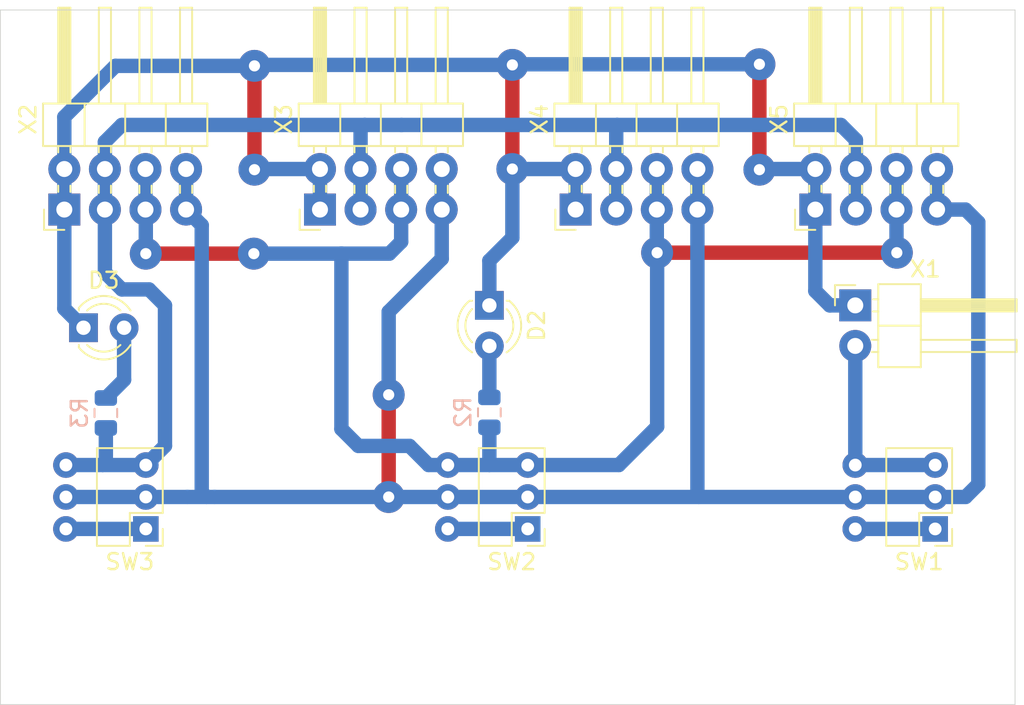
<source format=kicad_pcb>
(kicad_pcb (version 20171130) (host pcbnew 5.1.2-f72e74a~84~ubuntu18.04.1)

  (general
    (thickness 1.6)
    (drawings 4)
    (tracks 129)
    (zones 0)
    (modules 12)
    (nets 11)
  )

  (page A4)
  (layers
    (0 F.Cu signal)
    (31 B.Cu signal)
    (32 B.Adhes user hide)
    (33 F.Adhes user hide)
    (34 B.Paste user hide)
    (35 F.Paste user hide)
    (36 B.SilkS user hide)
    (37 F.SilkS user hide)
    (38 B.Mask user hide)
    (39 F.Mask user hide)
    (40 Dwgs.User user)
    (41 Cmts.User user)
    (42 Eco1.User user)
    (43 Eco2.User user)
    (44 Edge.Cuts user)
    (45 Margin user)
    (46 B.CrtYd user hide)
    (47 F.CrtYd user hide)
    (48 B.Fab user hide)
    (49 F.Fab user)
  )

  (setup
    (last_trace_width 0.9)
    (trace_clearance 0.2)
    (zone_clearance 0.508)
    (zone_45_only no)
    (trace_min 0.2)
    (via_size 2)
    (via_drill 0.7)
    (via_min_size 0.4)
    (via_min_drill 0.3)
    (uvia_size 0.3)
    (uvia_drill 0.1)
    (uvias_allowed no)
    (uvia_min_size 0.2)
    (uvia_min_drill 0.1)
    (edge_width 0.05)
    (segment_width 0.2)
    (pcb_text_width 0.3)
    (pcb_text_size 1.5 1.5)
    (mod_edge_width 0.12)
    (mod_text_size 1 1)
    (mod_text_width 0.15)
    (pad_size 1.524 1.524)
    (pad_drill 0.762)
    (pad_to_mask_clearance 0.051)
    (solder_mask_min_width 0.25)
    (aux_axis_origin 72 105)
    (visible_elements FFFFEF7F)
    (pcbplotparams
      (layerselection 0x00040_7ffffffe)
      (usegerberextensions false)
      (usegerberattributes false)
      (usegerberadvancedattributes false)
      (creategerberjobfile false)
      (excludeedgelayer true)
      (linewidth 0.100000)
      (plotframeref false)
      (viasonmask true)
      (mode 1)
      (useauxorigin false)
      (hpglpennumber 1)
      (hpglpenspeed 20)
      (hpglpendiameter 15.000000)
      (psnegative false)
      (psa4output false)
      (plotreference false)
      (plotvalue false)
      (plotinvisibletext false)
      (padsonsilk false)
      (subtractmaskfromsilk false)
      (outputformat 4)
      (mirror false)
      (drillshape 1)
      (scaleselection 1)
      (outputdirectory "PCB/"))
  )

  (net 0 "")
  (net 1 GND)
  (net 2 "Net-(D2-Pad2)")
  (net 3 "Net-(D3-Pad2)")
  (net 4 B+)
  (net 5 ACC)
  (net 6 IGN)
  (net 7 "Net-(SW1-Pad1)")
  (net 8 "Net-(SW2-Pad1)")
  (net 9 "Net-(SW3-Pad1)")
  (net 10 "Net-(SW1-Pad3)")

  (net_class Default "This is the default net class."
    (clearance 0.2)
    (trace_width 0.9)
    (via_dia 2)
    (via_drill 0.7)
    (uvia_dia 0.3)
    (uvia_drill 0.1)
    (add_net ACC)
    (add_net B+)
    (add_net GND)
    (add_net IGN)
    (add_net "Net-(D2-Pad2)")
    (add_net "Net-(D3-Pad2)")
    (add_net "Net-(SW1-Pad1)")
    (add_net "Net-(SW1-Pad3)")
    (add_net "Net-(SW2-Pad1)")
    (add_net "Net-(SW3-Pad1)")
  )

  (module connection_board:PinHeader_2x04_P2.54mm_Horizontal (layer F.Cu) (tedit 5E569CBF) (tstamp 5E57A932)
    (at 92 74 90)
    (descr "Through hole angled pin header, 2x04, 2.54mm pitch, 6mm pin length, double rows")
    (tags "Through hole angled pin header THT 2x04 2.54mm double row")
    (path /5E56E568)
    (fp_text reference X3 (at 5.655 -2.27 90) (layer F.SilkS)
      (effects (font (size 1 1) (thickness 0.15)))
    )
    (fp_text value Conn_02x04_Odd_Even (at 5.655 9.89 180) (layer F.Fab) hide
      (effects (font (size 1 1) (thickness 0.15)))
    )
    (fp_text user %R (at 5.31 3.81) (layer F.Fab)
      (effects (font (size 1 1) (thickness 0.15)))
    )
    (fp_line (start 13.1 -1.8) (end -1.8 -1.8) (layer F.CrtYd) (width 0.05))
    (fp_line (start 13.1 9.4) (end 13.1 -1.8) (layer F.CrtYd) (width 0.05))
    (fp_line (start -1.8 9.4) (end 13.1 9.4) (layer F.CrtYd) (width 0.05))
    (fp_line (start -1.8 -1.8) (end -1.8 9.4) (layer F.CrtYd) (width 0.05))
    (fp_line (start -1.27 -1.27) (end 0 -1.27) (layer F.SilkS) (width 0.12))
    (fp_line (start -1.27 0) (end -1.27 -1.27) (layer F.SilkS) (width 0.12))
    (fp_line (start 1.042929 8) (end 1.497071 8) (layer F.SilkS) (width 0.12))
    (fp_line (start 1.042929 7.24) (end 1.497071 7.24) (layer F.SilkS) (width 0.12))
    (fp_line (start 3.582929 8) (end 3.98 8) (layer F.SilkS) (width 0.12))
    (fp_line (start 3.582929 7.24) (end 3.98 7.24) (layer F.SilkS) (width 0.12))
    (fp_line (start 12.64 8) (end 6.64 8) (layer F.SilkS) (width 0.12))
    (fp_line (start 12.64 7.24) (end 12.64 8) (layer F.SilkS) (width 0.12))
    (fp_line (start 6.64 7.24) (end 12.64 7.24) (layer F.SilkS) (width 0.12))
    (fp_line (start 3.98 6.35) (end 6.64 6.35) (layer F.SilkS) (width 0.12))
    (fp_line (start 1.042929 5.46) (end 1.497071 5.46) (layer F.SilkS) (width 0.12))
    (fp_line (start 1.042929 4.7) (end 1.497071 4.7) (layer F.SilkS) (width 0.12))
    (fp_line (start 3.582929 5.46) (end 3.98 5.46) (layer F.SilkS) (width 0.12))
    (fp_line (start 3.582929 4.7) (end 3.98 4.7) (layer F.SilkS) (width 0.12))
    (fp_line (start 12.64 5.46) (end 6.64 5.46) (layer F.SilkS) (width 0.12))
    (fp_line (start 12.64 4.7) (end 12.64 5.46) (layer F.SilkS) (width 0.12))
    (fp_line (start 6.64 4.7) (end 12.64 4.7) (layer F.SilkS) (width 0.12))
    (fp_line (start 3.98 3.81) (end 6.64 3.81) (layer F.SilkS) (width 0.12))
    (fp_line (start 1.042929 2.92) (end 1.497071 2.92) (layer F.SilkS) (width 0.12))
    (fp_line (start 1.042929 2.16) (end 1.497071 2.16) (layer F.SilkS) (width 0.12))
    (fp_line (start 3.582929 2.92) (end 3.98 2.92) (layer F.SilkS) (width 0.12))
    (fp_line (start 3.582929 2.16) (end 3.98 2.16) (layer F.SilkS) (width 0.12))
    (fp_line (start 12.64 2.92) (end 6.64 2.92) (layer F.SilkS) (width 0.12))
    (fp_line (start 12.64 2.16) (end 12.64 2.92) (layer F.SilkS) (width 0.12))
    (fp_line (start 6.64 2.16) (end 12.64 2.16) (layer F.SilkS) (width 0.12))
    (fp_line (start 3.98 1.27) (end 6.64 1.27) (layer F.SilkS) (width 0.12))
    (fp_line (start 1.11 0.38) (end 1.497071 0.38) (layer F.SilkS) (width 0.12))
    (fp_line (start 1.11 -0.38) (end 1.497071 -0.38) (layer F.SilkS) (width 0.12))
    (fp_line (start 3.582929 0.38) (end 3.98 0.38) (layer F.SilkS) (width 0.12))
    (fp_line (start 3.582929 -0.38) (end 3.98 -0.38) (layer F.SilkS) (width 0.12))
    (fp_line (start 6.64 0.28) (end 12.64 0.28) (layer F.SilkS) (width 0.12))
    (fp_line (start 6.64 0.16) (end 12.64 0.16) (layer F.SilkS) (width 0.12))
    (fp_line (start 6.64 0.04) (end 12.64 0.04) (layer F.SilkS) (width 0.12))
    (fp_line (start 6.64 -0.08) (end 12.64 -0.08) (layer F.SilkS) (width 0.12))
    (fp_line (start 6.64 -0.2) (end 12.64 -0.2) (layer F.SilkS) (width 0.12))
    (fp_line (start 6.64 -0.32) (end 12.64 -0.32) (layer F.SilkS) (width 0.12))
    (fp_line (start 12.64 0.38) (end 6.64 0.38) (layer F.SilkS) (width 0.12))
    (fp_line (start 12.64 -0.38) (end 12.64 0.38) (layer F.SilkS) (width 0.12))
    (fp_line (start 6.64 -0.38) (end 12.64 -0.38) (layer F.SilkS) (width 0.12))
    (fp_line (start 6.64 -1.33) (end 3.98 -1.33) (layer F.SilkS) (width 0.12))
    (fp_line (start 6.64 8.95) (end 6.64 -1.33) (layer F.SilkS) (width 0.12))
    (fp_line (start 3.98 8.95) (end 6.64 8.95) (layer F.SilkS) (width 0.12))
    (fp_line (start 3.98 -1.33) (end 3.98 8.95) (layer F.SilkS) (width 0.12))
    (fp_line (start 6.58 7.94) (end 12.58 7.94) (layer F.Fab) (width 0.1))
    (fp_line (start 12.58 7.3) (end 12.58 7.94) (layer F.Fab) (width 0.1))
    (fp_line (start 6.58 7.3) (end 12.58 7.3) (layer F.Fab) (width 0.1))
    (fp_line (start -0.32 7.94) (end 4.04 7.94) (layer F.Fab) (width 0.1))
    (fp_line (start -0.32 7.3) (end -0.32 7.94) (layer F.Fab) (width 0.1))
    (fp_line (start -0.32 7.3) (end 4.04 7.3) (layer F.Fab) (width 0.1))
    (fp_line (start 6.58 5.4) (end 12.58 5.4) (layer F.Fab) (width 0.1))
    (fp_line (start 12.58 4.76) (end 12.58 5.4) (layer F.Fab) (width 0.1))
    (fp_line (start 6.58 4.76) (end 12.58 4.76) (layer F.Fab) (width 0.1))
    (fp_line (start -0.32 5.4) (end 4.04 5.4) (layer F.Fab) (width 0.1))
    (fp_line (start -0.32 4.76) (end -0.32 5.4) (layer F.Fab) (width 0.1))
    (fp_line (start -0.32 4.76) (end 4.04 4.76) (layer F.Fab) (width 0.1))
    (fp_line (start 6.58 2.86) (end 12.58 2.86) (layer F.Fab) (width 0.1))
    (fp_line (start 12.58 2.22) (end 12.58 2.86) (layer F.Fab) (width 0.1))
    (fp_line (start 6.58 2.22) (end 12.58 2.22) (layer F.Fab) (width 0.1))
    (fp_line (start -0.32 2.86) (end 4.04 2.86) (layer F.Fab) (width 0.1))
    (fp_line (start -0.32 2.22) (end -0.32 2.86) (layer F.Fab) (width 0.1))
    (fp_line (start -0.32 2.22) (end 4.04 2.22) (layer F.Fab) (width 0.1))
    (fp_line (start 6.58 0.32) (end 12.58 0.32) (layer F.Fab) (width 0.1))
    (fp_line (start 12.58 -0.32) (end 12.58 0.32) (layer F.Fab) (width 0.1))
    (fp_line (start 6.58 -0.32) (end 12.58 -0.32) (layer F.Fab) (width 0.1))
    (fp_line (start -0.32 0.32) (end 4.04 0.32) (layer F.Fab) (width 0.1))
    (fp_line (start -0.32 -0.32) (end -0.32 0.32) (layer F.Fab) (width 0.1))
    (fp_line (start -0.32 -0.32) (end 4.04 -0.32) (layer F.Fab) (width 0.1))
    (fp_line (start 4.04 -0.635) (end 4.675 -1.27) (layer F.Fab) (width 0.1))
    (fp_line (start 4.04 8.89) (end 4.04 -0.635) (layer F.Fab) (width 0.1))
    (fp_line (start 6.58 8.89) (end 4.04 8.89) (layer F.Fab) (width 0.1))
    (fp_line (start 6.58 -1.27) (end 6.58 8.89) (layer F.Fab) (width 0.1))
    (fp_line (start 4.675 -1.27) (end 6.58 -1.27) (layer F.Fab) (width 0.1))
    (pad 8 thru_hole oval (at 2.54 7.62 90) (size 2 2) (drill 1) (layers *.Cu *.Mask)
      (net 4 B+))
    (pad 7 thru_hole oval (at 0 7.62 90) (size 2 2) (drill 1) (layers *.Cu *.Mask)
      (net 4 B+))
    (pad 6 thru_hole oval (at 2.54 5.08 90) (size 2 2) (drill 1) (layers *.Cu *.Mask)
      (net 5 ACC))
    (pad 5 thru_hole oval (at 0 5.08 90) (size 2 2) (drill 1) (layers *.Cu *.Mask)
      (net 5 ACC))
    (pad 4 thru_hole oval (at 2.54 2.54 90) (size 2 2) (drill 1) (layers *.Cu *.Mask)
      (net 6 IGN))
    (pad 3 thru_hole oval (at 0 2.54 90) (size 2 2) (drill 1) (layers *.Cu *.Mask)
      (net 6 IGN))
    (pad 2 thru_hole oval (at 2.54 0 90) (size 2 2) (drill 1) (layers *.Cu *.Mask)
      (net 1 GND))
    (pad 1 thru_hole rect (at 0 0 90) (size 2 2) (drill 1) (layers *.Cu *.Mask)
      (net 1 GND))
    (model ${KISYS3DMOD}/Connector_PinHeader_2.54mm.3dshapes/PinHeader_2x04_P2.54mm_Horizontal.wrl
      (at (xyz 0 0 0))
      (scale (xyz 1 1 1))
      (rotate (xyz 0 0 0))
    )
  )

  (module LED_THT:LED_D3.0mm (layer F.Cu) (tedit 587A3A7B) (tstamp 5E57A7B3)
    (at 102.6 80 270)
    (descr "LED, diameter 3.0mm, 2 pins")
    (tags "LED diameter 3.0mm 2 pins")
    (path /5E5C45F4)
    (fp_text reference D2 (at 1.27 -2.96 90) (layer F.SilkS)
      (effects (font (size 1 1) (thickness 0.15)))
    )
    (fp_text value LED (at 1.27 2.96 90) (layer F.Fab)
      (effects (font (size 1 1) (thickness 0.15)))
    )
    (fp_line (start 3.7 -2.25) (end -1.15 -2.25) (layer F.CrtYd) (width 0.05))
    (fp_line (start 3.7 2.25) (end 3.7 -2.25) (layer F.CrtYd) (width 0.05))
    (fp_line (start -1.15 2.25) (end 3.7 2.25) (layer F.CrtYd) (width 0.05))
    (fp_line (start -1.15 -2.25) (end -1.15 2.25) (layer F.CrtYd) (width 0.05))
    (fp_line (start -0.29 1.08) (end -0.29 1.236) (layer F.SilkS) (width 0.12))
    (fp_line (start -0.29 -1.236) (end -0.29 -1.08) (layer F.SilkS) (width 0.12))
    (fp_line (start -0.23 -1.16619) (end -0.23 1.16619) (layer F.Fab) (width 0.1))
    (fp_circle (center 1.27 0) (end 2.77 0) (layer F.Fab) (width 0.1))
    (fp_arc (start 1.27 0) (end 0.229039 1.08) (angle -87.9) (layer F.SilkS) (width 0.12))
    (fp_arc (start 1.27 0) (end 0.229039 -1.08) (angle 87.9) (layer F.SilkS) (width 0.12))
    (fp_arc (start 1.27 0) (end -0.29 1.235516) (angle -108.8) (layer F.SilkS) (width 0.12))
    (fp_arc (start 1.27 0) (end -0.29 -1.235516) (angle 108.8) (layer F.SilkS) (width 0.12))
    (fp_arc (start 1.27 0) (end -0.23 -1.16619) (angle 284.3) (layer F.Fab) (width 0.1))
    (pad 2 thru_hole circle (at 2.54 0 270) (size 1.8 1.8) (drill 0.9) (layers *.Cu *.Mask)
      (net 2 "Net-(D2-Pad2)"))
    (pad 1 thru_hole rect (at 0 0 270) (size 1.8 1.8) (drill 0.9) (layers *.Cu *.Mask)
      (net 1 GND))
    (model ${KISYS3DMOD}/LED_THT.3dshapes/LED_D3.0mm.wrl
      (at (xyz 0 0 0))
      (scale (xyz 1 1 1))
      (rotate (xyz 0 0 0))
    )
  )

  (module LED_THT:LED_D3.0mm (layer F.Cu) (tedit 587A3A7B) (tstamp 5E57A7C6)
    (at 77.2 81.4)
    (descr "LED, diameter 3.0mm, 2 pins")
    (tags "LED diameter 3.0mm 2 pins")
    (path /5E5CA2B2)
    (fp_text reference D3 (at 1.27 -2.96) (layer F.SilkS)
      (effects (font (size 1 1) (thickness 0.15)))
    )
    (fp_text value LED (at 1.27 2.96) (layer F.Fab)
      (effects (font (size 1 1) (thickness 0.15)))
    )
    (fp_line (start 3.7 -2.25) (end -1.15 -2.25) (layer F.CrtYd) (width 0.05))
    (fp_line (start 3.7 2.25) (end 3.7 -2.25) (layer F.CrtYd) (width 0.05))
    (fp_line (start -1.15 2.25) (end 3.7 2.25) (layer F.CrtYd) (width 0.05))
    (fp_line (start -1.15 -2.25) (end -1.15 2.25) (layer F.CrtYd) (width 0.05))
    (fp_line (start -0.29 1.08) (end -0.29 1.236) (layer F.SilkS) (width 0.12))
    (fp_line (start -0.29 -1.236) (end -0.29 -1.08) (layer F.SilkS) (width 0.12))
    (fp_line (start -0.23 -1.16619) (end -0.23 1.16619) (layer F.Fab) (width 0.1))
    (fp_circle (center 1.27 0) (end 2.77 0) (layer F.Fab) (width 0.1))
    (fp_arc (start 1.27 0) (end 0.229039 1.08) (angle -87.9) (layer F.SilkS) (width 0.12))
    (fp_arc (start 1.27 0) (end 0.229039 -1.08) (angle 87.9) (layer F.SilkS) (width 0.12))
    (fp_arc (start 1.27 0) (end -0.29 1.235516) (angle -108.8) (layer F.SilkS) (width 0.12))
    (fp_arc (start 1.27 0) (end -0.29 -1.235516) (angle 108.8) (layer F.SilkS) (width 0.12))
    (fp_arc (start 1.27 0) (end -0.23 -1.16619) (angle 284.3) (layer F.Fab) (width 0.1))
    (pad 2 thru_hole circle (at 2.54 0) (size 1.8 1.8) (drill 0.9) (layers *.Cu *.Mask)
      (net 3 "Net-(D3-Pad2)"))
    (pad 1 thru_hole rect (at 0 0) (size 1.8 1.8) (drill 0.9) (layers *.Cu *.Mask)
      (net 1 GND))
    (model ${KISYS3DMOD}/LED_THT.3dshapes/LED_D3.0mm.wrl
      (at (xyz 0 0 0))
      (scale (xyz 1 1 1))
      (rotate (xyz 0 0 0))
    )
  )

  (module connection_board:PinHeader_2x04_P2.54mm_Horizontal (layer F.Cu) (tedit 5E569CBF) (tstamp 5E57A9E4)
    (at 123 74 90)
    (descr "Through hole angled pin header, 2x04, 2.54mm pitch, 6mm pin length, double rows")
    (tags "Through hole angled pin header THT 2x04 2.54mm double row")
    (path /5E5701D6)
    (fp_text reference X5 (at 5.655 -2.27 90) (layer F.SilkS)
      (effects (font (size 1 1) (thickness 0.15)))
    )
    (fp_text value Conn_02x04_Odd_Even (at 5.655 9.89 90) (layer F.Fab) hide
      (effects (font (size 1 1) (thickness 0.15)))
    )
    (fp_text user %R (at 5.31 3.81) (layer F.Fab)
      (effects (font (size 1 1) (thickness 0.15)))
    )
    (fp_line (start 13.1 -1.8) (end -1.8 -1.8) (layer F.CrtYd) (width 0.05))
    (fp_line (start 13.1 9.4) (end 13.1 -1.8) (layer F.CrtYd) (width 0.05))
    (fp_line (start -1.8 9.4) (end 13.1 9.4) (layer F.CrtYd) (width 0.05))
    (fp_line (start -1.8 -1.8) (end -1.8 9.4) (layer F.CrtYd) (width 0.05))
    (fp_line (start -1.27 -1.27) (end 0 -1.27) (layer F.SilkS) (width 0.12))
    (fp_line (start -1.27 0) (end -1.27 -1.27) (layer F.SilkS) (width 0.12))
    (fp_line (start 1.042929 8) (end 1.497071 8) (layer F.SilkS) (width 0.12))
    (fp_line (start 1.042929 7.24) (end 1.497071 7.24) (layer F.SilkS) (width 0.12))
    (fp_line (start 3.582929 8) (end 3.98 8) (layer F.SilkS) (width 0.12))
    (fp_line (start 3.582929 7.24) (end 3.98 7.24) (layer F.SilkS) (width 0.12))
    (fp_line (start 12.64 8) (end 6.64 8) (layer F.SilkS) (width 0.12))
    (fp_line (start 12.64 7.24) (end 12.64 8) (layer F.SilkS) (width 0.12))
    (fp_line (start 6.64 7.24) (end 12.64 7.24) (layer F.SilkS) (width 0.12))
    (fp_line (start 3.98 6.35) (end 6.64 6.35) (layer F.SilkS) (width 0.12))
    (fp_line (start 1.042929 5.46) (end 1.497071 5.46) (layer F.SilkS) (width 0.12))
    (fp_line (start 1.042929 4.7) (end 1.497071 4.7) (layer F.SilkS) (width 0.12))
    (fp_line (start 3.582929 5.46) (end 3.98 5.46) (layer F.SilkS) (width 0.12))
    (fp_line (start 3.582929 4.7) (end 3.98 4.7) (layer F.SilkS) (width 0.12))
    (fp_line (start 12.64 5.46) (end 6.64 5.46) (layer F.SilkS) (width 0.12))
    (fp_line (start 12.64 4.7) (end 12.64 5.46) (layer F.SilkS) (width 0.12))
    (fp_line (start 6.64 4.7) (end 12.64 4.7) (layer F.SilkS) (width 0.12))
    (fp_line (start 3.98 3.81) (end 6.64 3.81) (layer F.SilkS) (width 0.12))
    (fp_line (start 1.042929 2.92) (end 1.497071 2.92) (layer F.SilkS) (width 0.12))
    (fp_line (start 1.042929 2.16) (end 1.497071 2.16) (layer F.SilkS) (width 0.12))
    (fp_line (start 3.582929 2.92) (end 3.98 2.92) (layer F.SilkS) (width 0.12))
    (fp_line (start 3.582929 2.16) (end 3.98 2.16) (layer F.SilkS) (width 0.12))
    (fp_line (start 12.64 2.92) (end 6.64 2.92) (layer F.SilkS) (width 0.12))
    (fp_line (start 12.64 2.16) (end 12.64 2.92) (layer F.SilkS) (width 0.12))
    (fp_line (start 6.64 2.16) (end 12.64 2.16) (layer F.SilkS) (width 0.12))
    (fp_line (start 3.98 1.27) (end 6.64 1.27) (layer F.SilkS) (width 0.12))
    (fp_line (start 1.11 0.38) (end 1.497071 0.38) (layer F.SilkS) (width 0.12))
    (fp_line (start 1.11 -0.38) (end 1.497071 -0.38) (layer F.SilkS) (width 0.12))
    (fp_line (start 3.582929 0.38) (end 3.98 0.38) (layer F.SilkS) (width 0.12))
    (fp_line (start 3.582929 -0.38) (end 3.98 -0.38) (layer F.SilkS) (width 0.12))
    (fp_line (start 6.64 0.28) (end 12.64 0.28) (layer F.SilkS) (width 0.12))
    (fp_line (start 6.64 0.16) (end 12.64 0.16) (layer F.SilkS) (width 0.12))
    (fp_line (start 6.64 0.04) (end 12.64 0.04) (layer F.SilkS) (width 0.12))
    (fp_line (start 6.64 -0.08) (end 12.64 -0.08) (layer F.SilkS) (width 0.12))
    (fp_line (start 6.64 -0.2) (end 12.64 -0.2) (layer F.SilkS) (width 0.12))
    (fp_line (start 6.64 -0.32) (end 12.64 -0.32) (layer F.SilkS) (width 0.12))
    (fp_line (start 12.64 0.38) (end 6.64 0.38) (layer F.SilkS) (width 0.12))
    (fp_line (start 12.64 -0.38) (end 12.64 0.38) (layer F.SilkS) (width 0.12))
    (fp_line (start 6.64 -0.38) (end 12.64 -0.38) (layer F.SilkS) (width 0.12))
    (fp_line (start 6.64 -1.33) (end 3.98 -1.33) (layer F.SilkS) (width 0.12))
    (fp_line (start 6.64 8.95) (end 6.64 -1.33) (layer F.SilkS) (width 0.12))
    (fp_line (start 3.98 8.95) (end 6.64 8.95) (layer F.SilkS) (width 0.12))
    (fp_line (start 3.98 -1.33) (end 3.98 8.95) (layer F.SilkS) (width 0.12))
    (fp_line (start 6.58 7.94) (end 12.58 7.94) (layer F.Fab) (width 0.1))
    (fp_line (start 12.58 7.3) (end 12.58 7.94) (layer F.Fab) (width 0.1))
    (fp_line (start 6.58 7.3) (end 12.58 7.3) (layer F.Fab) (width 0.1))
    (fp_line (start -0.32 7.94) (end 4.04 7.94) (layer F.Fab) (width 0.1))
    (fp_line (start -0.32 7.3) (end -0.32 7.94) (layer F.Fab) (width 0.1))
    (fp_line (start -0.32 7.3) (end 4.04 7.3) (layer F.Fab) (width 0.1))
    (fp_line (start 6.58 5.4) (end 12.58 5.4) (layer F.Fab) (width 0.1))
    (fp_line (start 12.58 4.76) (end 12.58 5.4) (layer F.Fab) (width 0.1))
    (fp_line (start 6.58 4.76) (end 12.58 4.76) (layer F.Fab) (width 0.1))
    (fp_line (start -0.32 5.4) (end 4.04 5.4) (layer F.Fab) (width 0.1))
    (fp_line (start -0.32 4.76) (end -0.32 5.4) (layer F.Fab) (width 0.1))
    (fp_line (start -0.32 4.76) (end 4.04 4.76) (layer F.Fab) (width 0.1))
    (fp_line (start 6.58 2.86) (end 12.58 2.86) (layer F.Fab) (width 0.1))
    (fp_line (start 12.58 2.22) (end 12.58 2.86) (layer F.Fab) (width 0.1))
    (fp_line (start 6.58 2.22) (end 12.58 2.22) (layer F.Fab) (width 0.1))
    (fp_line (start -0.32 2.86) (end 4.04 2.86) (layer F.Fab) (width 0.1))
    (fp_line (start -0.32 2.22) (end -0.32 2.86) (layer F.Fab) (width 0.1))
    (fp_line (start -0.32 2.22) (end 4.04 2.22) (layer F.Fab) (width 0.1))
    (fp_line (start 6.58 0.32) (end 12.58 0.32) (layer F.Fab) (width 0.1))
    (fp_line (start 12.58 -0.32) (end 12.58 0.32) (layer F.Fab) (width 0.1))
    (fp_line (start 6.58 -0.32) (end 12.58 -0.32) (layer F.Fab) (width 0.1))
    (fp_line (start -0.32 0.32) (end 4.04 0.32) (layer F.Fab) (width 0.1))
    (fp_line (start -0.32 -0.32) (end -0.32 0.32) (layer F.Fab) (width 0.1))
    (fp_line (start -0.32 -0.32) (end 4.04 -0.32) (layer F.Fab) (width 0.1))
    (fp_line (start 4.04 -0.635) (end 4.675 -1.27) (layer F.Fab) (width 0.1))
    (fp_line (start 4.04 8.89) (end 4.04 -0.635) (layer F.Fab) (width 0.1))
    (fp_line (start 6.58 8.89) (end 4.04 8.89) (layer F.Fab) (width 0.1))
    (fp_line (start 6.58 -1.27) (end 6.58 8.89) (layer F.Fab) (width 0.1))
    (fp_line (start 4.675 -1.27) (end 6.58 -1.27) (layer F.Fab) (width 0.1))
    (pad 8 thru_hole oval (at 2.54 7.62 90) (size 2 2) (drill 1) (layers *.Cu *.Mask)
      (net 4 B+))
    (pad 7 thru_hole oval (at 0 7.62 90) (size 2 2) (drill 1) (layers *.Cu *.Mask)
      (net 4 B+))
    (pad 6 thru_hole oval (at 2.54 5.08 90) (size 2 2) (drill 1) (layers *.Cu *.Mask)
      (net 5 ACC))
    (pad 5 thru_hole oval (at 0 5.08 90) (size 2 2) (drill 1) (layers *.Cu *.Mask)
      (net 5 ACC))
    (pad 4 thru_hole oval (at 2.54 2.54 90) (size 2 2) (drill 1) (layers *.Cu *.Mask)
      (net 6 IGN))
    (pad 3 thru_hole oval (at 0 2.54 90) (size 2 2) (drill 1) (layers *.Cu *.Mask)
      (net 6 IGN))
    (pad 2 thru_hole oval (at 2.54 0 90) (size 2 2) (drill 1) (layers *.Cu *.Mask)
      (net 1 GND))
    (pad 1 thru_hole rect (at 0 0 90) (size 2 2) (drill 1) (layers *.Cu *.Mask)
      (net 1 GND))
    (model ${KISYS3DMOD}/Connector_PinHeader_2.54mm.3dshapes/PinHeader_2x04_P2.54mm_Horizontal.wrl
      (at (xyz 0 0 0))
      (scale (xyz 1 1 1))
      (rotate (xyz 0 0 0))
    )
  )

  (module Resistor_SMD:R_0805_2012Metric (layer B.Cu) (tedit 5B36C52B) (tstamp 5E57A7E8)
    (at 102.6 86.7 270)
    (descr "Resistor SMD 0805 (2012 Metric), square (rectangular) end terminal, IPC_7351 nominal, (Body size source: https://docs.google.com/spreadsheets/d/1BsfQQcO9C6DZCsRaXUlFlo91Tg2WpOkGARC1WS5S8t0/edit?usp=sharing), generated with kicad-footprint-generator")
    (tags resistor)
    (path /5E5C45EE)
    (attr smd)
    (fp_text reference R2 (at 0 1.65 270) (layer B.SilkS)
      (effects (font (size 1 1) (thickness 0.15)) (justify mirror))
    )
    (fp_text value 3k (at 0 -1.65 270) (layer B.Fab)
      (effects (font (size 1 1) (thickness 0.15)) (justify mirror))
    )
    (fp_text user %R (at 0 0 270) (layer B.Fab)
      (effects (font (size 0.5 0.5) (thickness 0.08)) (justify mirror))
    )
    (fp_line (start 1.68 -0.95) (end -1.68 -0.95) (layer B.CrtYd) (width 0.05))
    (fp_line (start 1.68 0.95) (end 1.68 -0.95) (layer B.CrtYd) (width 0.05))
    (fp_line (start -1.68 0.95) (end 1.68 0.95) (layer B.CrtYd) (width 0.05))
    (fp_line (start -1.68 -0.95) (end -1.68 0.95) (layer B.CrtYd) (width 0.05))
    (fp_line (start -0.258578 -0.71) (end 0.258578 -0.71) (layer B.SilkS) (width 0.12))
    (fp_line (start -0.258578 0.71) (end 0.258578 0.71) (layer B.SilkS) (width 0.12))
    (fp_line (start 1 -0.6) (end -1 -0.6) (layer B.Fab) (width 0.1))
    (fp_line (start 1 0.6) (end 1 -0.6) (layer B.Fab) (width 0.1))
    (fp_line (start -1 0.6) (end 1 0.6) (layer B.Fab) (width 0.1))
    (fp_line (start -1 -0.6) (end -1 0.6) (layer B.Fab) (width 0.1))
    (pad 2 smd roundrect (at 0.9375 0 270) (size 0.975 1.4) (layers B.Cu B.Paste B.Mask) (roundrect_rratio 0.25)
      (net 5 ACC))
    (pad 1 smd roundrect (at -0.9375 0 270) (size 0.975 1.4) (layers B.Cu B.Paste B.Mask) (roundrect_rratio 0.25)
      (net 2 "Net-(D2-Pad2)"))
    (model ${KISYS3DMOD}/Resistor_SMD.3dshapes/R_0805_2012Metric.wrl
      (at (xyz 0 0 0))
      (scale (xyz 1 1 1))
      (rotate (xyz 0 0 0))
    )
  )

  (module Resistor_SMD:R_0805_2012Metric (layer B.Cu) (tedit 5B36C52B) (tstamp 5E57A7F9)
    (at 78.6 86.7375 270)
    (descr "Resistor SMD 0805 (2012 Metric), square (rectangular) end terminal, IPC_7351 nominal, (Body size source: https://docs.google.com/spreadsheets/d/1BsfQQcO9C6DZCsRaXUlFlo91Tg2WpOkGARC1WS5S8t0/edit?usp=sharing), generated with kicad-footprint-generator")
    (tags resistor)
    (path /5E5CA2AC)
    (attr smd)
    (fp_text reference R3 (at 0 1.65 270) (layer B.SilkS)
      (effects (font (size 1 1) (thickness 0.15)) (justify mirror))
    )
    (fp_text value 3k (at 0 -1.65 270) (layer B.Fab)
      (effects (font (size 1 1) (thickness 0.15)) (justify mirror))
    )
    (fp_line (start -1 -0.6) (end -1 0.6) (layer B.Fab) (width 0.1))
    (fp_line (start -1 0.6) (end 1 0.6) (layer B.Fab) (width 0.1))
    (fp_line (start 1 0.6) (end 1 -0.6) (layer B.Fab) (width 0.1))
    (fp_line (start 1 -0.6) (end -1 -0.6) (layer B.Fab) (width 0.1))
    (fp_line (start -0.258578 0.71) (end 0.258578 0.71) (layer B.SilkS) (width 0.12))
    (fp_line (start -0.258578 -0.71) (end 0.258578 -0.71) (layer B.SilkS) (width 0.12))
    (fp_line (start -1.68 -0.95) (end -1.68 0.95) (layer B.CrtYd) (width 0.05))
    (fp_line (start -1.68 0.95) (end 1.68 0.95) (layer B.CrtYd) (width 0.05))
    (fp_line (start 1.68 0.95) (end 1.68 -0.95) (layer B.CrtYd) (width 0.05))
    (fp_line (start 1.68 -0.95) (end -1.68 -0.95) (layer B.CrtYd) (width 0.05))
    (fp_text user %R (at 0 0 270) (layer B.Fab)
      (effects (font (size 0.5 0.5) (thickness 0.08)) (justify mirror))
    )
    (pad 1 smd roundrect (at -0.9375 0 270) (size 0.975 1.4) (layers B.Cu B.Paste B.Mask) (roundrect_rratio 0.25)
      (net 3 "Net-(D3-Pad2)"))
    (pad 2 smd roundrect (at 0.9375 0 270) (size 0.975 1.4) (layers B.Cu B.Paste B.Mask) (roundrect_rratio 0.25)
      (net 6 IGN))
    (model ${KISYS3DMOD}/Resistor_SMD.3dshapes/R_0805_2012Metric.wrl
      (at (xyz 0 0 0))
      (scale (xyz 1 1 1))
      (rotate (xyz 0 0 0))
    )
  )

  (module connection_board:Switch_2x03 (layer F.Cu) (tedit 5E569C2D) (tstamp 5E57C310)
    (at 105 94 180)
    (descr "Through hole straight pin header, 2x03, 2.00mm pitch, double rows")
    (tags "Through hole pin header THT 2x03 2.00mm double row")
    (path /5E5B14BE)
    (fp_text reference SW2 (at 1 -2.06) (layer F.SilkS)
      (effects (font (size 1 1) (thickness 0.15)))
    )
    (fp_text value ACC (at 1 6.06) (layer F.Fab)
      (effects (font (size 1 1) (thickness 0.15)))
    )
    (fp_text user %R (at 1 2 90) (layer F.Fab)
      (effects (font (size 1 1) (thickness 0.15)))
    )
    (fp_line (start 3.5 -1.5) (end -1.5 -1.5) (layer F.CrtYd) (width 0.05))
    (fp_line (start 3.5 5.5) (end 3.5 -1.5) (layer F.CrtYd) (width 0.05))
    (fp_line (start -1.5 5.5) (end 3.5 5.5) (layer F.CrtYd) (width 0.05))
    (fp_line (start -1.5 -1.5) (end -1.5 5.5) (layer F.CrtYd) (width 0.05))
    (fp_line (start -1.06 -1.06) (end 0 -1.06) (layer F.SilkS) (width 0.12))
    (fp_line (start -1.06 0) (end -1.06 -1.06) (layer F.SilkS) (width 0.12))
    (fp_line (start 1 -1.06) (end 3.06 -1.06) (layer F.SilkS) (width 0.12))
    (fp_line (start 1 1) (end 1 -1.06) (layer F.SilkS) (width 0.12))
    (fp_line (start -1.06 1) (end 1 1) (layer F.SilkS) (width 0.12))
    (fp_line (start 3.06 -1.06) (end 3.06 5.06) (layer F.SilkS) (width 0.12))
    (fp_line (start -1.06 1) (end -1.06 5.06) (layer F.SilkS) (width 0.12))
    (fp_line (start -1.06 5.06) (end 3.06 5.06) (layer F.SilkS) (width 0.12))
    (fp_line (start -1 0) (end 0 -1) (layer F.Fab) (width 0.1))
    (fp_line (start -1 5) (end -1 0) (layer F.Fab) (width 0.1))
    (fp_line (start 3 5) (end -1 5) (layer F.Fab) (width 0.1))
    (fp_line (start 3 -1) (end 3 5) (layer F.Fab) (width 0.1))
    (fp_line (start 0 -1) (end 3 -1) (layer F.Fab) (width 0.1))
    (pad 6 thru_hole oval (at 5 4 180) (size 1.6 1.6) (drill 0.8) (layers *.Cu *.Mask)
      (net 5 ACC))
    (pad 3 thru_hole oval (at 0 4 180) (size 1.6 1.6) (drill 0.8) (layers *.Cu *.Mask)
      (net 5 ACC))
    (pad 5 thru_hole oval (at 5 2 180) (size 1.6 1.6) (drill 0.8) (layers *.Cu *.Mask)
      (net 4 B+))
    (pad 2 thru_hole oval (at 0 2 180) (size 1.6 1.6) (drill 0.8) (layers *.Cu *.Mask)
      (net 4 B+))
    (pad 4 thru_hole oval (at 5 0 180) (size 1.6 1.6) (drill 0.8) (layers *.Cu *.Mask)
      (net 8 "Net-(SW2-Pad1)"))
    (pad 1 thru_hole rect (at 0 0 180) (size 1.6 1.6) (drill 0.8) (layers *.Cu *.Mask)
      (net 8 "Net-(SW2-Pad1)"))
    (model ${KISYS3DMOD}/Connector_PinHeader_2.00mm.3dshapes/PinHeader_2x03_P2.00mm_Vertical.wrl
      (at (xyz 0 0 0))
      (scale (xyz 1 1 1))
      (rotate (xyz 0 0 0))
    )
  )

  (module connection_board:Switch_2x03 (layer F.Cu) (tedit 5E569C2D) (tstamp 5E57C449)
    (at 81.1 94 180)
    (descr "Through hole straight pin header, 2x03, 2.00mm pitch, double rows")
    (tags "Through hole pin header THT 2x03 2.00mm double row")
    (path /5E5B2DCF)
    (fp_text reference SW3 (at 1 -2.06) (layer F.SilkS)
      (effects (font (size 1 1) (thickness 0.15)))
    )
    (fp_text value IGN (at 1 6.06) (layer F.Fab)
      (effects (font (size 1 1) (thickness 0.15)))
    )
    (fp_line (start 0 -1) (end 3 -1) (layer F.Fab) (width 0.1))
    (fp_line (start 3 -1) (end 3 5) (layer F.Fab) (width 0.1))
    (fp_line (start 3 5) (end -1 5) (layer F.Fab) (width 0.1))
    (fp_line (start -1 5) (end -1 0) (layer F.Fab) (width 0.1))
    (fp_line (start -1 0) (end 0 -1) (layer F.Fab) (width 0.1))
    (fp_line (start -1.06 5.06) (end 3.06 5.06) (layer F.SilkS) (width 0.12))
    (fp_line (start -1.06 1) (end -1.06 5.06) (layer F.SilkS) (width 0.12))
    (fp_line (start 3.06 -1.06) (end 3.06 5.06) (layer F.SilkS) (width 0.12))
    (fp_line (start -1.06 1) (end 1 1) (layer F.SilkS) (width 0.12))
    (fp_line (start 1 1) (end 1 -1.06) (layer F.SilkS) (width 0.12))
    (fp_line (start 1 -1.06) (end 3.06 -1.06) (layer F.SilkS) (width 0.12))
    (fp_line (start -1.06 0) (end -1.06 -1.06) (layer F.SilkS) (width 0.12))
    (fp_line (start -1.06 -1.06) (end 0 -1.06) (layer F.SilkS) (width 0.12))
    (fp_line (start -1.5 -1.5) (end -1.5 5.5) (layer F.CrtYd) (width 0.05))
    (fp_line (start -1.5 5.5) (end 3.5 5.5) (layer F.CrtYd) (width 0.05))
    (fp_line (start 3.5 5.5) (end 3.5 -1.5) (layer F.CrtYd) (width 0.05))
    (fp_line (start 3.5 -1.5) (end -1.5 -1.5) (layer F.CrtYd) (width 0.05))
    (fp_text user %R (at 1 2 90) (layer F.Fab)
      (effects (font (size 1 1) (thickness 0.15)))
    )
    (pad 1 thru_hole rect (at 0 0 180) (size 1.6 1.6) (drill 0.8) (layers *.Cu *.Mask)
      (net 9 "Net-(SW3-Pad1)"))
    (pad 4 thru_hole oval (at 5 0 180) (size 1.6 1.6) (drill 0.8) (layers *.Cu *.Mask)
      (net 9 "Net-(SW3-Pad1)"))
    (pad 2 thru_hole oval (at 0 2 180) (size 1.6 1.6) (drill 0.8) (layers *.Cu *.Mask)
      (net 4 B+))
    (pad 5 thru_hole oval (at 5 2 180) (size 1.6 1.6) (drill 0.8) (layers *.Cu *.Mask)
      (net 4 B+))
    (pad 3 thru_hole oval (at 0 4 180) (size 1.6 1.6) (drill 0.8) (layers *.Cu *.Mask)
      (net 6 IGN))
    (pad 6 thru_hole oval (at 5 4 180) (size 1.6 1.6) (drill 0.8) (layers *.Cu *.Mask)
      (net 6 IGN))
    (model ${KISYS3DMOD}/Connector_PinHeader_2.00mm.3dshapes/PinHeader_2x03_P2.00mm_Vertical.wrl
      (at (xyz 0 0 0))
      (scale (xyz 1 1 1))
      (rotate (xyz 0 0 0))
    )
  )

  (module connection_board:PinHeader_1x02_P2.54mm_Horizontal (layer F.Cu) (tedit 5E569E14) (tstamp 5E57B86A)
    (at 125.5 80)
    (descr "Through hole angled pin header, 1x02, 2.54mm pitch, 6mm pin length, single row")
    (tags "Through hole angled pin header THT 1x02 2.54mm single row")
    (path /5E571AC1)
    (fp_text reference X1 (at 4.385 -2.27) (layer F.SilkS)
      (effects (font (size 1 1) (thickness 0.15)))
    )
    (fp_text value Conn_01x02 (at 4.385 4.81) (layer F.Fab) hide
      (effects (font (size 1 1) (thickness 0.15)))
    )
    (fp_line (start 2.135 -1.27) (end 4.04 -1.27) (layer F.Fab) (width 0.1))
    (fp_line (start 4.04 -1.27) (end 4.04 3.81) (layer F.Fab) (width 0.1))
    (fp_line (start 4.04 3.81) (end 1.5 3.81) (layer F.Fab) (width 0.1))
    (fp_line (start 1.5 3.81) (end 1.5 -0.635) (layer F.Fab) (width 0.1))
    (fp_line (start 1.5 -0.635) (end 2.135 -1.27) (layer F.Fab) (width 0.1))
    (fp_line (start -0.32 -0.32) (end 1.5 -0.32) (layer F.Fab) (width 0.1))
    (fp_line (start -0.32 -0.32) (end -0.32 0.32) (layer F.Fab) (width 0.1))
    (fp_line (start -0.32 0.32) (end 1.5 0.32) (layer F.Fab) (width 0.1))
    (fp_line (start 4.04 -0.32) (end 10.04 -0.32) (layer F.Fab) (width 0.1))
    (fp_line (start 10.04 -0.32) (end 10.04 0.32) (layer F.Fab) (width 0.1))
    (fp_line (start 4.04 0.32) (end 10.04 0.32) (layer F.Fab) (width 0.1))
    (fp_line (start -0.32 2.22) (end 1.5 2.22) (layer F.Fab) (width 0.1))
    (fp_line (start -0.32 2.22) (end -0.32 2.86) (layer F.Fab) (width 0.1))
    (fp_line (start -0.32 2.86) (end 1.5 2.86) (layer F.Fab) (width 0.1))
    (fp_line (start 4.04 2.22) (end 10.04 2.22) (layer F.Fab) (width 0.1))
    (fp_line (start 10.04 2.22) (end 10.04 2.86) (layer F.Fab) (width 0.1))
    (fp_line (start 4.04 2.86) (end 10.04 2.86) (layer F.Fab) (width 0.1))
    (fp_line (start 1.44 -1.33) (end 1.44 3.87) (layer F.SilkS) (width 0.12))
    (fp_line (start 1.44 3.87) (end 4.1 3.87) (layer F.SilkS) (width 0.12))
    (fp_line (start 4.1 3.87) (end 4.1 -1.33) (layer F.SilkS) (width 0.12))
    (fp_line (start 4.1 -1.33) (end 1.44 -1.33) (layer F.SilkS) (width 0.12))
    (fp_line (start 4.1 -0.38) (end 10.1 -0.38) (layer F.SilkS) (width 0.12))
    (fp_line (start 10.1 -0.38) (end 10.1 0.38) (layer F.SilkS) (width 0.12))
    (fp_line (start 10.1 0.38) (end 4.1 0.38) (layer F.SilkS) (width 0.12))
    (fp_line (start 4.1 -0.32) (end 10.1 -0.32) (layer F.SilkS) (width 0.12))
    (fp_line (start 4.1 -0.2) (end 10.1 -0.2) (layer F.SilkS) (width 0.12))
    (fp_line (start 4.1 -0.08) (end 10.1 -0.08) (layer F.SilkS) (width 0.12))
    (fp_line (start 4.1 0.04) (end 10.1 0.04) (layer F.SilkS) (width 0.12))
    (fp_line (start 4.1 0.16) (end 10.1 0.16) (layer F.SilkS) (width 0.12))
    (fp_line (start 4.1 0.28) (end 10.1 0.28) (layer F.SilkS) (width 0.12))
    (fp_line (start 1.11 -0.38) (end 1.44 -0.38) (layer F.SilkS) (width 0.12))
    (fp_line (start 1.11 0.38) (end 1.44 0.38) (layer F.SilkS) (width 0.12))
    (fp_line (start 1.44 1.27) (end 4.1 1.27) (layer F.SilkS) (width 0.12))
    (fp_line (start 4.1 2.16) (end 10.1 2.16) (layer F.SilkS) (width 0.12))
    (fp_line (start 10.1 2.16) (end 10.1 2.92) (layer F.SilkS) (width 0.12))
    (fp_line (start 10.1 2.92) (end 4.1 2.92) (layer F.SilkS) (width 0.12))
    (fp_line (start 1.042929 2.16) (end 1.44 2.16) (layer F.SilkS) (width 0.12))
    (fp_line (start 1.042929 2.92) (end 1.44 2.92) (layer F.SilkS) (width 0.12))
    (fp_line (start -1.27 0) (end -1.27 -1.27) (layer F.SilkS) (width 0.12))
    (fp_line (start -1.27 -1.27) (end 0 -1.27) (layer F.SilkS) (width 0.12))
    (fp_line (start -1.8 -1.8) (end -1.8 4.35) (layer F.CrtYd) (width 0.05))
    (fp_line (start -1.8 4.35) (end 10.55 4.35) (layer F.CrtYd) (width 0.05))
    (fp_line (start 10.55 4.35) (end 10.55 -1.8) (layer F.CrtYd) (width 0.05))
    (fp_line (start 10.55 -1.8) (end -1.8 -1.8) (layer F.CrtYd) (width 0.05))
    (fp_text user %R (at 2.77 1.27 90) (layer F.Fab)
      (effects (font (size 1 1) (thickness 0.15)))
    )
    (pad 1 thru_hole rect (at 0 0) (size 2 2) (drill 1) (layers *.Cu *.Mask)
      (net 1 GND))
    (pad 2 thru_hole oval (at 0 2.54) (size 2 2) (drill 1) (layers *.Cu *.Mask)
      (net 10 "Net-(SW1-Pad3)"))
    (model ${KISYS3DMOD}/Connector_PinHeader_2.54mm.3dshapes/PinHeader_1x02_P2.54mm_Horizontal.wrl
      (at (xyz 0 0 0))
      (scale (xyz 1 1 1))
      (rotate (xyz 0 0 0))
    )
  )

  (module connection_board:PinHeader_2x04_P2.54mm_Horizontal (layer F.Cu) (tedit 5E569CBF) (tstamp 5E57A8D9)
    (at 76 74 90)
    (descr "Through hole angled pin header, 2x04, 2.54mm pitch, 6mm pin length, double rows")
    (tags "Through hole angled pin header THT 2x04 2.54mm double row")
    (path /5E567F95)
    (fp_text reference X2 (at 5.655 -2.27 90) (layer F.SilkS)
      (effects (font (size 1 1) (thickness 0.15)))
    )
    (fp_text value Conn_02x04_Odd_Even (at 5.655 9.89 90) (layer F.Fab) hide
      (effects (font (size 1 1) (thickness 0.15)))
    )
    (fp_line (start 4.675 -1.27) (end 6.58 -1.27) (layer F.Fab) (width 0.1))
    (fp_line (start 6.58 -1.27) (end 6.58 8.89) (layer F.Fab) (width 0.1))
    (fp_line (start 6.58 8.89) (end 4.04 8.89) (layer F.Fab) (width 0.1))
    (fp_line (start 4.04 8.89) (end 4.04 -0.635) (layer F.Fab) (width 0.1))
    (fp_line (start 4.04 -0.635) (end 4.675 -1.27) (layer F.Fab) (width 0.1))
    (fp_line (start -0.32 -0.32) (end 4.04 -0.32) (layer F.Fab) (width 0.1))
    (fp_line (start -0.32 -0.32) (end -0.32 0.32) (layer F.Fab) (width 0.1))
    (fp_line (start -0.32 0.32) (end 4.04 0.32) (layer F.Fab) (width 0.1))
    (fp_line (start 6.58 -0.32) (end 12.58 -0.32) (layer F.Fab) (width 0.1))
    (fp_line (start 12.58 -0.32) (end 12.58 0.32) (layer F.Fab) (width 0.1))
    (fp_line (start 6.58 0.32) (end 12.58 0.32) (layer F.Fab) (width 0.1))
    (fp_line (start -0.32 2.22) (end 4.04 2.22) (layer F.Fab) (width 0.1))
    (fp_line (start -0.32 2.22) (end -0.32 2.86) (layer F.Fab) (width 0.1))
    (fp_line (start -0.32 2.86) (end 4.04 2.86) (layer F.Fab) (width 0.1))
    (fp_line (start 6.58 2.22) (end 12.58 2.22) (layer F.Fab) (width 0.1))
    (fp_line (start 12.58 2.22) (end 12.58 2.86) (layer F.Fab) (width 0.1))
    (fp_line (start 6.58 2.86) (end 12.58 2.86) (layer F.Fab) (width 0.1))
    (fp_line (start -0.32 4.76) (end 4.04 4.76) (layer F.Fab) (width 0.1))
    (fp_line (start -0.32 4.76) (end -0.32 5.4) (layer F.Fab) (width 0.1))
    (fp_line (start -0.32 5.4) (end 4.04 5.4) (layer F.Fab) (width 0.1))
    (fp_line (start 6.58 4.76) (end 12.58 4.76) (layer F.Fab) (width 0.1))
    (fp_line (start 12.58 4.76) (end 12.58 5.4) (layer F.Fab) (width 0.1))
    (fp_line (start 6.58 5.4) (end 12.58 5.4) (layer F.Fab) (width 0.1))
    (fp_line (start -0.32 7.3) (end 4.04 7.3) (layer F.Fab) (width 0.1))
    (fp_line (start -0.32 7.3) (end -0.32 7.94) (layer F.Fab) (width 0.1))
    (fp_line (start -0.32 7.94) (end 4.04 7.94) (layer F.Fab) (width 0.1))
    (fp_line (start 6.58 7.3) (end 12.58 7.3) (layer F.Fab) (width 0.1))
    (fp_line (start 12.58 7.3) (end 12.58 7.94) (layer F.Fab) (width 0.1))
    (fp_line (start 6.58 7.94) (end 12.58 7.94) (layer F.Fab) (width 0.1))
    (fp_line (start 3.98 -1.33) (end 3.98 8.95) (layer F.SilkS) (width 0.12))
    (fp_line (start 3.98 8.95) (end 6.64 8.95) (layer F.SilkS) (width 0.12))
    (fp_line (start 6.64 8.95) (end 6.64 -1.33) (layer F.SilkS) (width 0.12))
    (fp_line (start 6.64 -1.33) (end 3.98 -1.33) (layer F.SilkS) (width 0.12))
    (fp_line (start 6.64 -0.38) (end 12.64 -0.38) (layer F.SilkS) (width 0.12))
    (fp_line (start 12.64 -0.38) (end 12.64 0.38) (layer F.SilkS) (width 0.12))
    (fp_line (start 12.64 0.38) (end 6.64 0.38) (layer F.SilkS) (width 0.12))
    (fp_line (start 6.64 -0.32) (end 12.64 -0.32) (layer F.SilkS) (width 0.12))
    (fp_line (start 6.64 -0.2) (end 12.64 -0.2) (layer F.SilkS) (width 0.12))
    (fp_line (start 6.64 -0.08) (end 12.64 -0.08) (layer F.SilkS) (width 0.12))
    (fp_line (start 6.64 0.04) (end 12.64 0.04) (layer F.SilkS) (width 0.12))
    (fp_line (start 6.64 0.16) (end 12.64 0.16) (layer F.SilkS) (width 0.12))
    (fp_line (start 6.64 0.28) (end 12.64 0.28) (layer F.SilkS) (width 0.12))
    (fp_line (start 3.582929 -0.38) (end 3.98 -0.38) (layer F.SilkS) (width 0.12))
    (fp_line (start 3.582929 0.38) (end 3.98 0.38) (layer F.SilkS) (width 0.12))
    (fp_line (start 1.11 -0.38) (end 1.497071 -0.38) (layer F.SilkS) (width 0.12))
    (fp_line (start 1.11 0.38) (end 1.497071 0.38) (layer F.SilkS) (width 0.12))
    (fp_line (start 3.98 1.27) (end 6.64 1.27) (layer F.SilkS) (width 0.12))
    (fp_line (start 6.64 2.16) (end 12.64 2.16) (layer F.SilkS) (width 0.12))
    (fp_line (start 12.64 2.16) (end 12.64 2.92) (layer F.SilkS) (width 0.12))
    (fp_line (start 12.64 2.92) (end 6.64 2.92) (layer F.SilkS) (width 0.12))
    (fp_line (start 3.582929 2.16) (end 3.98 2.16) (layer F.SilkS) (width 0.12))
    (fp_line (start 3.582929 2.92) (end 3.98 2.92) (layer F.SilkS) (width 0.12))
    (fp_line (start 1.042929 2.16) (end 1.497071 2.16) (layer F.SilkS) (width 0.12))
    (fp_line (start 1.042929 2.92) (end 1.497071 2.92) (layer F.SilkS) (width 0.12))
    (fp_line (start 3.98 3.81) (end 6.64 3.81) (layer F.SilkS) (width 0.12))
    (fp_line (start 6.64 4.7) (end 12.64 4.7) (layer F.SilkS) (width 0.12))
    (fp_line (start 12.64 4.7) (end 12.64 5.46) (layer F.SilkS) (width 0.12))
    (fp_line (start 12.64 5.46) (end 6.64 5.46) (layer F.SilkS) (width 0.12))
    (fp_line (start 3.582929 4.7) (end 3.98 4.7) (layer F.SilkS) (width 0.12))
    (fp_line (start 3.582929 5.46) (end 3.98 5.46) (layer F.SilkS) (width 0.12))
    (fp_line (start 1.042929 4.7) (end 1.497071 4.7) (layer F.SilkS) (width 0.12))
    (fp_line (start 1.042929 5.46) (end 1.497071 5.46) (layer F.SilkS) (width 0.12))
    (fp_line (start 3.98 6.35) (end 6.64 6.35) (layer F.SilkS) (width 0.12))
    (fp_line (start 6.64 7.24) (end 12.64 7.24) (layer F.SilkS) (width 0.12))
    (fp_line (start 12.64 7.24) (end 12.64 8) (layer F.SilkS) (width 0.12))
    (fp_line (start 12.64 8) (end 6.64 8) (layer F.SilkS) (width 0.12))
    (fp_line (start 3.582929 7.24) (end 3.98 7.24) (layer F.SilkS) (width 0.12))
    (fp_line (start 3.582929 8) (end 3.98 8) (layer F.SilkS) (width 0.12))
    (fp_line (start 1.042929 7.24) (end 1.497071 7.24) (layer F.SilkS) (width 0.12))
    (fp_line (start 1.042929 8) (end 1.497071 8) (layer F.SilkS) (width 0.12))
    (fp_line (start -1.27 0) (end -1.27 -1.27) (layer F.SilkS) (width 0.12))
    (fp_line (start -1.27 -1.27) (end 0 -1.27) (layer F.SilkS) (width 0.12))
    (fp_line (start -1.8 -1.8) (end -1.8 9.4) (layer F.CrtYd) (width 0.05))
    (fp_line (start -1.8 9.4) (end 13.1 9.4) (layer F.CrtYd) (width 0.05))
    (fp_line (start 13.1 9.4) (end 13.1 -1.8) (layer F.CrtYd) (width 0.05))
    (fp_line (start 13.1 -1.8) (end -1.8 -1.8) (layer F.CrtYd) (width 0.05))
    (fp_text user %R (at 5.31 3.81) (layer F.Fab)
      (effects (font (size 1 1) (thickness 0.15)))
    )
    (pad 1 thru_hole rect (at 0 0 90) (size 2 2) (drill 1) (layers *.Cu *.Mask)
      (net 1 GND))
    (pad 2 thru_hole oval (at 2.54 0 90) (size 2 2) (drill 1) (layers *.Cu *.Mask)
      (net 1 GND))
    (pad 3 thru_hole oval (at 0 2.54 90) (size 2 2) (drill 1) (layers *.Cu *.Mask)
      (net 6 IGN))
    (pad 4 thru_hole oval (at 2.54 2.54 90) (size 2 2) (drill 1) (layers *.Cu *.Mask)
      (net 6 IGN))
    (pad 5 thru_hole oval (at 0 5.08 90) (size 2 2) (drill 1) (layers *.Cu *.Mask)
      (net 5 ACC))
    (pad 6 thru_hole oval (at 2.54 5.08 90) (size 2 2) (drill 1) (layers *.Cu *.Mask)
      (net 5 ACC))
    (pad 7 thru_hole oval (at 0 7.62 90) (size 2 2) (drill 1) (layers *.Cu *.Mask)
      (net 4 B+))
    (pad 8 thru_hole oval (at 2.54 7.62 90) (size 2 2) (drill 1) (layers *.Cu *.Mask)
      (net 4 B+))
    (model ${KISYS3DMOD}/Connector_PinHeader_2.54mm.3dshapes/PinHeader_2x04_P2.54mm_Horizontal.wrl
      (at (xyz 0 0 0))
      (scale (xyz 1 1 1))
      (rotate (xyz 0 0 0))
    )
  )

  (module connection_board:PinHeader_2x04_P2.54mm_Horizontal (layer F.Cu) (tedit 5E569CBF) (tstamp 5E57BBD1)
    (at 108 74 90)
    (descr "Through hole angled pin header, 2x04, 2.54mm pitch, 6mm pin length, double rows")
    (tags "Through hole angled pin header THT 2x04 2.54mm double row")
    (path /5E56F6FC)
    (fp_text reference X4 (at 5.655 -2.27 90) (layer F.SilkS)
      (effects (font (size 1 1) (thickness 0.15)))
    )
    (fp_text value Conn_02x04_Odd_Even (at 5.655 9.89 90) (layer F.Fab) hide
      (effects (font (size 1 1) (thickness 0.15)))
    )
    (fp_line (start 4.675 -1.27) (end 6.58 -1.27) (layer F.Fab) (width 0.1))
    (fp_line (start 6.58 -1.27) (end 6.58 8.89) (layer F.Fab) (width 0.1))
    (fp_line (start 6.58 8.89) (end 4.04 8.89) (layer F.Fab) (width 0.1))
    (fp_line (start 4.04 8.89) (end 4.04 -0.635) (layer F.Fab) (width 0.1))
    (fp_line (start 4.04 -0.635) (end 4.675 -1.27) (layer F.Fab) (width 0.1))
    (fp_line (start -0.32 -0.32) (end 4.04 -0.32) (layer F.Fab) (width 0.1))
    (fp_line (start -0.32 -0.32) (end -0.32 0.32) (layer F.Fab) (width 0.1))
    (fp_line (start -0.32 0.32) (end 4.04 0.32) (layer F.Fab) (width 0.1))
    (fp_line (start 6.58 -0.32) (end 12.58 -0.32) (layer F.Fab) (width 0.1))
    (fp_line (start 12.58 -0.32) (end 12.58 0.32) (layer F.Fab) (width 0.1))
    (fp_line (start 6.58 0.32) (end 12.58 0.32) (layer F.Fab) (width 0.1))
    (fp_line (start -0.32 2.22) (end 4.04 2.22) (layer F.Fab) (width 0.1))
    (fp_line (start -0.32 2.22) (end -0.32 2.86) (layer F.Fab) (width 0.1))
    (fp_line (start -0.32 2.86) (end 4.04 2.86) (layer F.Fab) (width 0.1))
    (fp_line (start 6.58 2.22) (end 12.58 2.22) (layer F.Fab) (width 0.1))
    (fp_line (start 12.58 2.22) (end 12.58 2.86) (layer F.Fab) (width 0.1))
    (fp_line (start 6.58 2.86) (end 12.58 2.86) (layer F.Fab) (width 0.1))
    (fp_line (start -0.32 4.76) (end 4.04 4.76) (layer F.Fab) (width 0.1))
    (fp_line (start -0.32 4.76) (end -0.32 5.4) (layer F.Fab) (width 0.1))
    (fp_line (start -0.32 5.4) (end 4.04 5.4) (layer F.Fab) (width 0.1))
    (fp_line (start 6.58 4.76) (end 12.58 4.76) (layer F.Fab) (width 0.1))
    (fp_line (start 12.58 4.76) (end 12.58 5.4) (layer F.Fab) (width 0.1))
    (fp_line (start 6.58 5.4) (end 12.58 5.4) (layer F.Fab) (width 0.1))
    (fp_line (start -0.32 7.3) (end 4.04 7.3) (layer F.Fab) (width 0.1))
    (fp_line (start -0.32 7.3) (end -0.32 7.94) (layer F.Fab) (width 0.1))
    (fp_line (start -0.32 7.94) (end 4.04 7.94) (layer F.Fab) (width 0.1))
    (fp_line (start 6.58 7.3) (end 12.58 7.3) (layer F.Fab) (width 0.1))
    (fp_line (start 12.58 7.3) (end 12.58 7.94) (layer F.Fab) (width 0.1))
    (fp_line (start 6.58 7.94) (end 12.58 7.94) (layer F.Fab) (width 0.1))
    (fp_line (start 3.98 -1.33) (end 3.98 8.95) (layer F.SilkS) (width 0.12))
    (fp_line (start 3.98 8.95) (end 6.64 8.95) (layer F.SilkS) (width 0.12))
    (fp_line (start 6.64 8.95) (end 6.64 -1.33) (layer F.SilkS) (width 0.12))
    (fp_line (start 6.64 -1.33) (end 3.98 -1.33) (layer F.SilkS) (width 0.12))
    (fp_line (start 6.64 -0.38) (end 12.64 -0.38) (layer F.SilkS) (width 0.12))
    (fp_line (start 12.64 -0.38) (end 12.64 0.38) (layer F.SilkS) (width 0.12))
    (fp_line (start 12.64 0.38) (end 6.64 0.38) (layer F.SilkS) (width 0.12))
    (fp_line (start 6.64 -0.32) (end 12.64 -0.32) (layer F.SilkS) (width 0.12))
    (fp_line (start 6.64 -0.2) (end 12.64 -0.2) (layer F.SilkS) (width 0.12))
    (fp_line (start 6.64 -0.08) (end 12.64 -0.08) (layer F.SilkS) (width 0.12))
    (fp_line (start 6.64 0.04) (end 12.64 0.04) (layer F.SilkS) (width 0.12))
    (fp_line (start 6.64 0.16) (end 12.64 0.16) (layer F.SilkS) (width 0.12))
    (fp_line (start 6.64 0.28) (end 12.64 0.28) (layer F.SilkS) (width 0.12))
    (fp_line (start 3.582929 -0.38) (end 3.98 -0.38) (layer F.SilkS) (width 0.12))
    (fp_line (start 3.582929 0.38) (end 3.98 0.38) (layer F.SilkS) (width 0.12))
    (fp_line (start 1.11 -0.38) (end 1.497071 -0.38) (layer F.SilkS) (width 0.12))
    (fp_line (start 1.11 0.38) (end 1.497071 0.38) (layer F.SilkS) (width 0.12))
    (fp_line (start 3.98 1.27) (end 6.64 1.27) (layer F.SilkS) (width 0.12))
    (fp_line (start 6.64 2.16) (end 12.64 2.16) (layer F.SilkS) (width 0.12))
    (fp_line (start 12.64 2.16) (end 12.64 2.92) (layer F.SilkS) (width 0.12))
    (fp_line (start 12.64 2.92) (end 6.64 2.92) (layer F.SilkS) (width 0.12))
    (fp_line (start 3.582929 2.16) (end 3.98 2.16) (layer F.SilkS) (width 0.12))
    (fp_line (start 3.582929 2.92) (end 3.98 2.92) (layer F.SilkS) (width 0.12))
    (fp_line (start 1.042929 2.16) (end 1.497071 2.16) (layer F.SilkS) (width 0.12))
    (fp_line (start 1.042929 2.92) (end 1.497071 2.92) (layer F.SilkS) (width 0.12))
    (fp_line (start 3.98 3.81) (end 6.64 3.81) (layer F.SilkS) (width 0.12))
    (fp_line (start 6.64 4.7) (end 12.64 4.7) (layer F.SilkS) (width 0.12))
    (fp_line (start 12.64 4.7) (end 12.64 5.46) (layer F.SilkS) (width 0.12))
    (fp_line (start 12.64 5.46) (end 6.64 5.46) (layer F.SilkS) (width 0.12))
    (fp_line (start 3.582929 4.7) (end 3.98 4.7) (layer F.SilkS) (width 0.12))
    (fp_line (start 3.582929 5.46) (end 3.98 5.46) (layer F.SilkS) (width 0.12))
    (fp_line (start 1.042929 4.7) (end 1.497071 4.7) (layer F.SilkS) (width 0.12))
    (fp_line (start 1.042929 5.46) (end 1.497071 5.46) (layer F.SilkS) (width 0.12))
    (fp_line (start 3.98 6.35) (end 6.64 6.35) (layer F.SilkS) (width 0.12))
    (fp_line (start 6.64 7.24) (end 12.64 7.24) (layer F.SilkS) (width 0.12))
    (fp_line (start 12.64 7.24) (end 12.64 8) (layer F.SilkS) (width 0.12))
    (fp_line (start 12.64 8) (end 6.64 8) (layer F.SilkS) (width 0.12))
    (fp_line (start 3.582929 7.24) (end 3.98 7.24) (layer F.SilkS) (width 0.12))
    (fp_line (start 3.582929 8) (end 3.98 8) (layer F.SilkS) (width 0.12))
    (fp_line (start 1.042929 7.24) (end 1.497071 7.24) (layer F.SilkS) (width 0.12))
    (fp_line (start 1.042929 8) (end 1.497071 8) (layer F.SilkS) (width 0.12))
    (fp_line (start -1.27 0) (end -1.27 -1.27) (layer F.SilkS) (width 0.12))
    (fp_line (start -1.27 -1.27) (end 0 -1.27) (layer F.SilkS) (width 0.12))
    (fp_line (start -1.8 -1.8) (end -1.8 9.4) (layer F.CrtYd) (width 0.05))
    (fp_line (start -1.8 9.4) (end 13.1 9.4) (layer F.CrtYd) (width 0.05))
    (fp_line (start 13.1 9.4) (end 13.1 -1.8) (layer F.CrtYd) (width 0.05))
    (fp_line (start 13.1 -1.8) (end -1.8 -1.8) (layer F.CrtYd) (width 0.05))
    (fp_text user %R (at 5.31 3.81) (layer F.Fab)
      (effects (font (size 1 1) (thickness 0.15)))
    )
    (pad 1 thru_hole rect (at 0 0 90) (size 2 2) (drill 1) (layers *.Cu *.Mask)
      (net 1 GND))
    (pad 2 thru_hole oval (at 2.54 0 90) (size 2 2) (drill 1) (layers *.Cu *.Mask)
      (net 1 GND))
    (pad 3 thru_hole oval (at 0 2.54 90) (size 2 2) (drill 1) (layers *.Cu *.Mask)
      (net 6 IGN))
    (pad 4 thru_hole oval (at 2.54 2.54 90) (size 2 2) (drill 1) (layers *.Cu *.Mask)
      (net 6 IGN))
    (pad 5 thru_hole oval (at 0 5.08 90) (size 2 2) (drill 1) (layers *.Cu *.Mask)
      (net 5 ACC))
    (pad 6 thru_hole oval (at 2.54 5.08 90) (size 2 2) (drill 1) (layers *.Cu *.Mask)
      (net 5 ACC))
    (pad 7 thru_hole oval (at 0 7.62 90) (size 2 2) (drill 1) (layers *.Cu *.Mask)
      (net 4 B+))
    (pad 8 thru_hole oval (at 2.54 7.62 90) (size 2 2) (drill 1) (layers *.Cu *.Mask)
      (net 4 B+))
    (model ${KISYS3DMOD}/Connector_PinHeader_2.54mm.3dshapes/PinHeader_2x04_P2.54mm_Horizontal.wrl
      (at (xyz 0 0 0))
      (scale (xyz 1 1 1))
      (rotate (xyz 0 0 0))
    )
  )

  (module connection_board:Switch_2x03 (layer F.Cu) (tedit 5E569C2D) (tstamp 5E57CADC)
    (at 130.5 94 180)
    (descr "Through hole straight pin header, 2x03, 2.00mm pitch, double rows")
    (tags "Through hole pin header THT 2x03 2.00mm double row")
    (path /5E58501E)
    (fp_text reference SW1 (at 1 -2.06) (layer F.SilkS)
      (effects (font (size 1 1) (thickness 0.15)))
    )
    (fp_text value BAT (at 1 6.06) (layer F.Fab)
      (effects (font (size 1 1) (thickness 0.15)))
    )
    (fp_line (start 0 -1) (end 3 -1) (layer F.Fab) (width 0.1))
    (fp_line (start 3 -1) (end 3 5) (layer F.Fab) (width 0.1))
    (fp_line (start 3 5) (end -1 5) (layer F.Fab) (width 0.1))
    (fp_line (start -1 5) (end -1 0) (layer F.Fab) (width 0.1))
    (fp_line (start -1 0) (end 0 -1) (layer F.Fab) (width 0.1))
    (fp_line (start -1.06 5.06) (end 3.06 5.06) (layer F.SilkS) (width 0.12))
    (fp_line (start -1.06 1) (end -1.06 5.06) (layer F.SilkS) (width 0.12))
    (fp_line (start 3.06 -1.06) (end 3.06 5.06) (layer F.SilkS) (width 0.12))
    (fp_line (start -1.06 1) (end 1 1) (layer F.SilkS) (width 0.12))
    (fp_line (start 1 1) (end 1 -1.06) (layer F.SilkS) (width 0.12))
    (fp_line (start 1 -1.06) (end 3.06 -1.06) (layer F.SilkS) (width 0.12))
    (fp_line (start -1.06 0) (end -1.06 -1.06) (layer F.SilkS) (width 0.12))
    (fp_line (start -1.06 -1.06) (end 0 -1.06) (layer F.SilkS) (width 0.12))
    (fp_line (start -1.5 -1.5) (end -1.5 5.5) (layer F.CrtYd) (width 0.05))
    (fp_line (start -1.5 5.5) (end 3.5 5.5) (layer F.CrtYd) (width 0.05))
    (fp_line (start 3.5 5.5) (end 3.5 -1.5) (layer F.CrtYd) (width 0.05))
    (fp_line (start 3.5 -1.5) (end -1.5 -1.5) (layer F.CrtYd) (width 0.05))
    (fp_text user %R (at 1 2 90) (layer F.Fab)
      (effects (font (size 1 1) (thickness 0.15)))
    )
    (pad 1 thru_hole rect (at 0 0 180) (size 1.6 1.6) (drill 0.8) (layers *.Cu *.Mask)
      (net 7 "Net-(SW1-Pad1)"))
    (pad 4 thru_hole oval (at 5 0 180) (size 1.6 1.6) (drill 0.8) (layers *.Cu *.Mask)
      (net 7 "Net-(SW1-Pad1)"))
    (pad 2 thru_hole oval (at 0 2 180) (size 1.6 1.6) (drill 0.8) (layers *.Cu *.Mask)
      (net 4 B+))
    (pad 5 thru_hole oval (at 5 2 180) (size 1.6 1.6) (drill 0.8) (layers *.Cu *.Mask)
      (net 4 B+))
    (pad 3 thru_hole oval (at 0 4 180) (size 1.6 1.6) (drill 0.8) (layers *.Cu *.Mask)
      (net 10 "Net-(SW1-Pad3)"))
    (pad 6 thru_hole oval (at 5 4 180) (size 1.6 1.6) (drill 0.8) (layers *.Cu *.Mask)
      (net 10 "Net-(SW1-Pad3)"))
    (model ${KISYS3DMOD}/Connector_PinHeader_2.00mm.3dshapes/PinHeader_2x03_P2.00mm_Vertical.wrl
      (at (xyz 0 0 0))
      (scale (xyz 1 1 1))
      (rotate (xyz 0 0 0))
    )
  )

  (gr_line (start 72 105) (end 72 61.5) (layer Edge.Cuts) (width 0.05) (tstamp 5E57C7E4))
  (gr_line (start 135.5 105) (end 72 105) (layer Edge.Cuts) (width 0.05))
  (gr_line (start 135.5 61.5) (end 135.5 105) (layer Edge.Cuts) (width 0.05))
  (gr_line (start 72 61.5) (end 135.5 61.5) (layer Edge.Cuts) (width 0.05))

  (segment (start 83.62 74) (end 83.62 71.46) (width 0.9) (layer B.Cu) (net 4) (status 30))
  (segment (start 99.62 71.46) (end 99.62 74) (width 0.9) (layer B.Cu) (net 4) (status 30))
  (segment (start 102.6 82.54) (end 102.6 85.7625) (width 0.9) (layer B.Cu) (net 2) (status 30))
  (segment (start 76 74) (end 76 71.46) (width 0.9) (layer B.Cu) (net 1) (status 30))
  (segment (start 92 74) (end 92 71.46) (width 0.9) (layer B.Cu) (net 1) (status 30))
  (segment (start 108 74) (end 108 71.46) (width 0.9) (layer B.Cu) (net 1) (status 30))
  (segment (start 100 92) (end 105 92) (width 0.9) (layer B.Cu) (net 4) (status 30))
  (segment (start 125 92) (end 130 92) (width 0.9) (layer B.Cu) (net 4) (status 30))
  (segment (start 81.1 92) (end 76.1 92) (width 0.9) (layer B.Cu) (net 4) (status 30))
  (segment (start 123 71.46) (end 123 74) (width 0.9) (layer B.Cu) (net 1) (status 30))
  (via (at 119.5 71.5) (size 2) (drill 0.7) (layers F.Cu B.Cu) (net 1))
  (segment (start 123 71.46) (end 120.24 71.46) (width 0.9) (layer B.Cu) (net 1) (status 10))
  (segment (start 120.24 71.46) (end 120.2 71.5) (width 0.9) (layer B.Cu) (net 1))
  (segment (start 119.5 71.5) (end 119.5 64.9) (width 0.9) (layer F.Cu) (net 1))
  (via (at 119.5 64.9) (size 2) (drill 0.7) (layers F.Cu B.Cu) (net 1))
  (via (at 87.9 71.5) (size 2) (drill 0.7) (layers F.Cu B.Cu) (net 1))
  (segment (start 92 71.46) (end 87.94 71.46) (width 0.9) (layer B.Cu) (net 1) (status 10))
  (segment (start 87.94 71.46) (end 87.9 71.5) (width 0.9) (layer B.Cu) (net 1))
  (segment (start 87.9 71.5) (end 87.9 65) (width 0.9) (layer F.Cu) (net 1))
  (via (at 87.9 65) (size 2) (drill 0.7) (layers F.Cu B.Cu) (net 1))
  (segment (start 108 71.46) (end 104.04 71.46) (width 0.9) (layer B.Cu) (net 1) (status 10))
  (via (at 104.04 71.46) (size 2) (drill 0.7) (layers F.Cu B.Cu) (net 1))
  (segment (start 104.04 71.46) (end 104.04 64.94) (width 0.9) (layer F.Cu) (net 1))
  (via (at 104.04 64.94) (size 2) (drill 0.7) (layers F.Cu B.Cu) (net 1))
  (segment (start 104.08 64.9) (end 104.04 64.94) (width 0.9) (layer B.Cu) (net 1))
  (segment (start 119.5 64.9) (end 104.08 64.9) (width 0.9) (layer B.Cu) (net 1))
  (segment (start 87.96 64.94) (end 87.9 65) (width 0.9) (layer B.Cu) (net 1))
  (segment (start 104.04 64.94) (end 87.96 64.94) (width 0.9) (layer B.Cu) (net 1))
  (segment (start 87.9 65) (end 79.2 65) (width 0.9) (layer B.Cu) (net 1))
  (segment (start 76 68.2) (end 76 71.46) (width 0.9) (layer B.Cu) (net 1) (status 20))
  (segment (start 79.2 65) (end 76 68.2) (width 0.9) (layer B.Cu) (net 1))
  (segment (start 102.6 87.6375) (end 102.6 90) (width 0.9) (layer B.Cu) (net 5) (status 10))
  (segment (start 105 90) (end 102.6 90) (width 0.9) (layer B.Cu) (net 5) (status 10))
  (segment (start 102.6 90) (end 100 90) (width 0.9) (layer B.Cu) (net 5) (status 20))
  (segment (start 81.08 89.98) (end 81.1 90) (width 0.9) (layer B.Cu) (net 6) (status 30))
  (segment (start 78.6 89.8) (end 78.4 90) (width 0.9) (layer B.Cu) (net 6))
  (segment (start 78.6 87.675) (end 78.6 89.8) (width 0.9) (layer B.Cu) (net 6) (status 10))
  (segment (start 81.1 90) (end 78.4 90) (width 0.9) (layer B.Cu) (net 6) (status 10))
  (segment (start 78.4 90) (end 76.1 90) (width 0.9) (layer B.Cu) (net 6) (status 20))
  (segment (start 100 94) (end 105 94) (width 0.9) (layer B.Cu) (net 8) (status 30))
  (segment (start 76.1 94) (end 81 94) (width 0.9) (layer B.Cu) (net 9) (status 30))
  (segment (start 125.5 90) (end 130.5 90) (width 0.9) (layer B.Cu) (net 10) (status 30))
  (segment (start 76 80.2) (end 77.2 81.4) (width 0.9) (layer B.Cu) (net 1))
  (segment (start 76 74) (end 76 80.2) (width 0.9) (layer B.Cu) (net 1))
  (segment (start 102.6 80) (end 102.6 77.2) (width 0.9) (layer B.Cu) (net 1))
  (segment (start 104.04 75.76) (end 104.04 71.46) (width 0.9) (layer B.Cu) (net 1))
  (segment (start 102.6 77.2) (end 104.04 75.76) (width 0.9) (layer B.Cu) (net 1))
  (segment (start 123 74) (end 123 79.1) (width 0.9) (layer B.Cu) (net 1))
  (segment (start 123.9 80) (end 125.5 80) (width 0.9) (layer B.Cu) (net 1))
  (segment (start 123 79.1) (end 123.9 80) (width 0.9) (layer B.Cu) (net 1))
  (segment (start 79.74 84.66) (end 78.6 85.8) (width 0.9) (layer B.Cu) (net 3))
  (segment (start 79.74 81.4) (end 79.74 84.66) (width 0.9) (layer B.Cu) (net 3))
  (segment (start 83.7 92) (end 81.1 92) (width 0.9) (layer B.Cu) (net 4))
  (segment (start 99.62 74) (end 99.62 77.08) (width 0.9) (layer B.Cu) (net 4))
  (segment (start 99.62 77.08) (end 96.3 80.4) (width 0.9) (layer B.Cu) (net 4))
  (via (at 96.3 85.6) (size 2) (drill 0.7) (layers F.Cu B.Cu) (net 4))
  (segment (start 96.3 80.4) (end 96.3 85.6) (width 0.9) (layer B.Cu) (net 4))
  (via (at 96.3 92) (size 2) (drill 0.7) (layers F.Cu B.Cu) (net 4))
  (segment (start 96.3 85.6) (end 96.3 92) (width 0.9) (layer F.Cu) (net 4))
  (segment (start 100 92) (end 96.3 92) (width 0.9) (layer B.Cu) (net 4))
  (segment (start 96.3 92) (end 85.4 92) (width 0.9) (layer B.Cu) (net 4))
  (segment (start 115.62 71.46) (end 115.62 74) (width 0.9) (layer B.Cu) (net 4))
  (segment (start 130.62 71.46) (end 130.62 74) (width 0.9) (layer B.Cu) (net 4))
  (segment (start 130.62 74) (end 132.4 74) (width 0.9) (layer B.Cu) (net 4))
  (segment (start 132.4 74) (end 133.2 74.8) (width 0.9) (layer B.Cu) (net 4))
  (segment (start 133.2 74.8) (end 133.2 91.2) (width 0.9) (layer B.Cu) (net 4))
  (segment (start 132.4 92) (end 130.5 92) (width 0.9) (layer B.Cu) (net 4))
  (segment (start 133.2 91.2) (end 132.4 92) (width 0.9) (layer B.Cu) (net 4))
  (segment (start 83.62 74) (end 84.6 74.98) (width 0.9) (layer B.Cu) (net 4))
  (segment (start 84.6 91.7) (end 84.9 92) (width 0.9) (layer B.Cu) (net 4))
  (segment (start 84.6 74.98) (end 84.6 91.7) (width 0.9) (layer B.Cu) (net 4))
  (segment (start 85.4 92) (end 84.9 92) (width 0.9) (layer B.Cu) (net 4))
  (segment (start 84.9 92) (end 83.7 92) (width 0.9) (layer B.Cu) (net 4))
  (segment (start 115.62 74) (end 115.62 91.92) (width 0.9) (layer B.Cu) (net 4))
  (segment (start 115.62 91.92) (end 115.7 92) (width 0.9) (layer B.Cu) (net 4))
  (segment (start 105 92) (end 115.7 92) (width 0.9) (layer B.Cu) (net 4))
  (segment (start 115.7 92) (end 125.5 92) (width 0.9) (layer B.Cu) (net 4))
  (segment (start 81.08 74) (end 81.08 71.46) (width 0.9) (layer B.Cu) (net 5))
  (segment (start 97.08 71.46) (end 97.08 74) (width 0.9) (layer B.Cu) (net 5))
  (via (at 81.1 76.76) (size 2) (drill 0.7) (layers F.Cu B.Cu) (net 5))
  (via (at 87.86 76.76) (size 2) (drill 0.7) (layers F.Cu B.Cu) (net 5))
  (segment (start 81.1 74.02) (end 81.08 74) (width 0.9) (layer B.Cu) (net 5))
  (segment (start 81.1 76.76) (end 87.86 76.76) (width 0.9) (layer F.Cu) (net 5))
  (segment (start 81.1 76.76) (end 81.1 74.02) (width 0.9) (layer B.Cu) (net 5))
  (segment (start 97.08 74) (end 97.08 76.02) (width 0.9) (layer B.Cu) (net 5))
  (segment (start 97.08 76.02) (end 96.34 76.76) (width 0.9) (layer B.Cu) (net 5))
  (segment (start 100 90) (end 98.8 90) (width 0.9) (layer B.Cu) (net 5))
  (segment (start 98.8 90) (end 97.6 88.8) (width 0.9) (layer B.Cu) (net 5))
  (segment (start 97.6 88.8) (end 94.4 88.8) (width 0.9) (layer B.Cu) (net 5))
  (segment (start 94.4 88.8) (end 93.34 87.74) (width 0.9) (layer B.Cu) (net 5))
  (segment (start 96.34 76.76) (end 93.34 76.76) (width 0.9) (layer B.Cu) (net 5))
  (segment (start 93.34 87.74) (end 93.34 76.76) (width 0.9) (layer B.Cu) (net 5))
  (segment (start 93.34 76.76) (end 87.86 76.76) (width 0.9) (layer B.Cu) (net 5))
  (segment (start 113.08 71.46) (end 113.08 74) (width 0.9) (layer B.Cu) (net 5))
  (segment (start 128.08 71.46) (end 128.08 74) (width 0.9) (layer B.Cu) (net 5))
  (segment (start 128.08 74) (end 128.08 76.68) (width 0.9) (layer B.Cu) (net 5))
  (via (at 128.1 76.7) (size 2) (drill 0.7) (layers F.Cu B.Cu) (net 5))
  (segment (start 128.08 76.68) (end 128.1 76.7) (width 0.9) (layer B.Cu) (net 5))
  (segment (start 128.1 76.7) (end 113.1 76.7) (width 0.9) (layer F.Cu) (net 5))
  (via (at 113.1 76.7) (size 2) (drill 0.7) (layers F.Cu B.Cu) (net 5))
  (segment (start 113.08 76.68) (end 113.1 76.7) (width 0.9) (layer B.Cu) (net 5))
  (segment (start 113.08 74) (end 113.08 76.68) (width 0.9) (layer B.Cu) (net 5))
  (segment (start 113.1 87.6) (end 113.1 76.7) (width 0.9) (layer B.Cu) (net 5))
  (segment (start 105 90) (end 110.7 90) (width 0.9) (layer B.Cu) (net 5))
  (segment (start 110.7 90) (end 113.1 87.6) (width 0.9) (layer B.Cu) (net 5))
  (segment (start 125.54 69.64) (end 125.54 71.46) (width 0.9) (layer B.Cu) (net 6))
  (segment (start 124.6 68.7) (end 125.54 69.64) (width 0.9) (layer B.Cu) (net 6))
  (segment (start 94.54 68.96) (end 94.8 68.7) (width 0.9) (layer B.Cu) (net 6))
  (segment (start 94.54 71.46) (end 94.54 68.96) (width 0.9) (layer B.Cu) (net 6))
  (segment (start 110.54 68.76) (end 110.6 68.7) (width 0.9) (layer B.Cu) (net 6))
  (segment (start 110.54 71.46) (end 110.54 68.76) (width 0.9) (layer B.Cu) (net 6))
  (segment (start 110.6 68.7) (end 124.6 68.7) (width 0.9) (layer B.Cu) (net 6))
  (segment (start 78.54 69.76) (end 78.54 71.46) (width 0.9) (layer B.Cu) (net 6))
  (segment (start 94.8 68.7) (end 79.6 68.7) (width 0.9) (layer B.Cu) (net 6))
  (segment (start 79.6 68.7) (end 78.54 69.76) (width 0.9) (layer B.Cu) (net 6))
  (segment (start 78.54 71.46) (end 78.54 74) (width 0.9) (layer B.Cu) (net 6))
  (segment (start 78.54 74) (end 78.54 77.94) (width 0.9) (layer B.Cu) (net 6))
  (segment (start 78.54 77.94) (end 79.6 79) (width 0.9) (layer B.Cu) (net 6))
  (segment (start 94.54 71.46) (end 94.54 74) (width 0.9) (layer B.Cu) (net 6))
  (segment (start 110.54 71.46) (end 110.54 74) (width 0.9) (layer B.Cu) (net 6))
  (segment (start 125.54 71.46) (end 125.54 74) (width 0.9) (layer B.Cu) (net 6))
  (segment (start 79.6 79) (end 81.3 79) (width 0.9) (layer B.Cu) (net 6))
  (segment (start 81.3 79) (end 82.3 80) (width 0.9) (layer B.Cu) (net 6))
  (segment (start 82.3 88.8) (end 81.1 90) (width 0.9) (layer B.Cu) (net 6))
  (segment (start 82.3 80) (end 82.3 88.8) (width 0.9) (layer B.Cu) (net 6))
  (segment (start 97.1 68.7) (end 110.6 68.7) (width 0.9) (layer B.Cu) (net 6))
  (segment (start 97.1 68.7) (end 94.8 68.7) (width 0.9) (layer B.Cu) (net 6))
  (segment (start 125.5 94) (end 130.5 94) (width 0.9) (layer B.Cu) (net 7))
  (segment (start 125.5 82.54) (end 125.5 90) (width 0.9) (layer B.Cu) (net 10))

)

</source>
